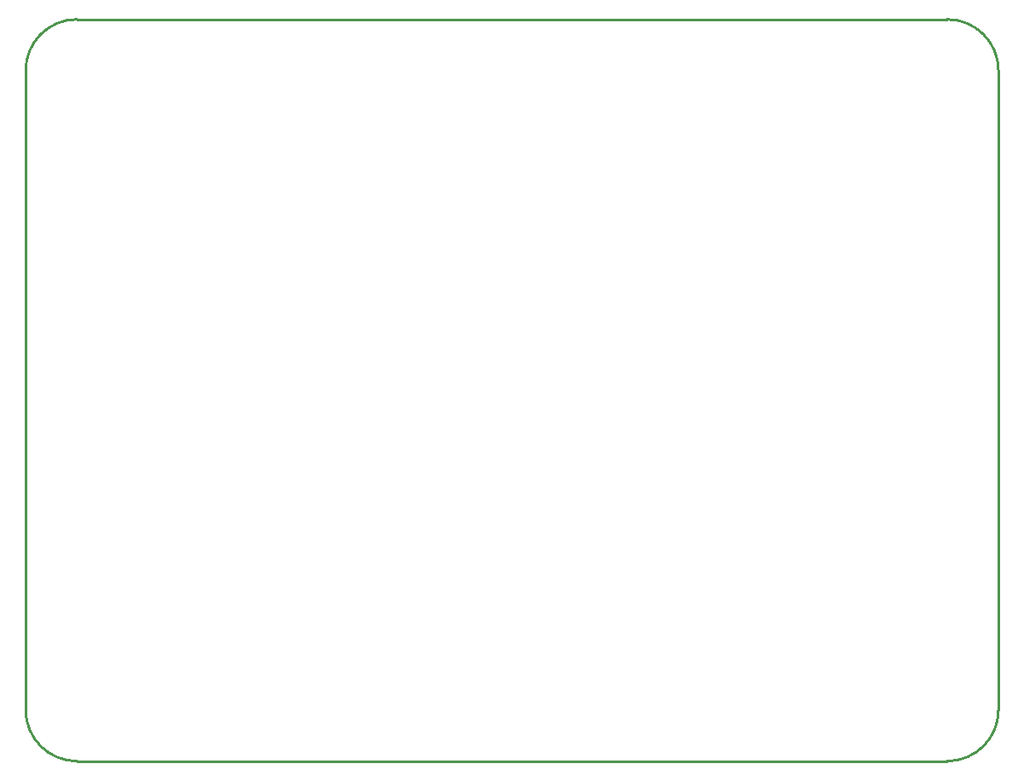
<source format=gbr>
G04*
G04 #@! TF.GenerationSoftware,Altium Limited,Altium Designer,25.3.3 (18)*
G04*
G04 Layer_Color=16711935*
%FSLAX44Y44*%
%MOMM*%
G71*
G04*
G04 #@! TF.SameCoordinates,99CC6AD0-2A63-4927-AC08-F09ED2D19244*
G04*
G04*
G04 #@! TF.FilePolarity,Positive*
G04*
G01*
G75*
%ADD10C,0.2540*%
D10*
X0Y76200D02*
G03*
X50800Y25400I50800J0D01*
G01*
Y762000D02*
G03*
X0Y711200I0J-50800D01*
G01*
X914400Y25400D02*
G03*
X965200Y76200I0J50800D01*
G01*
X965200Y711200D02*
G03*
X914400Y762000I-50800J0D01*
G01*
X0Y76200D02*
Y711200D01*
X50800Y25400D02*
X914400D01*
X965200Y76200D02*
Y711200D01*
X50800Y762000D02*
X914400D01*
M02*

</source>
